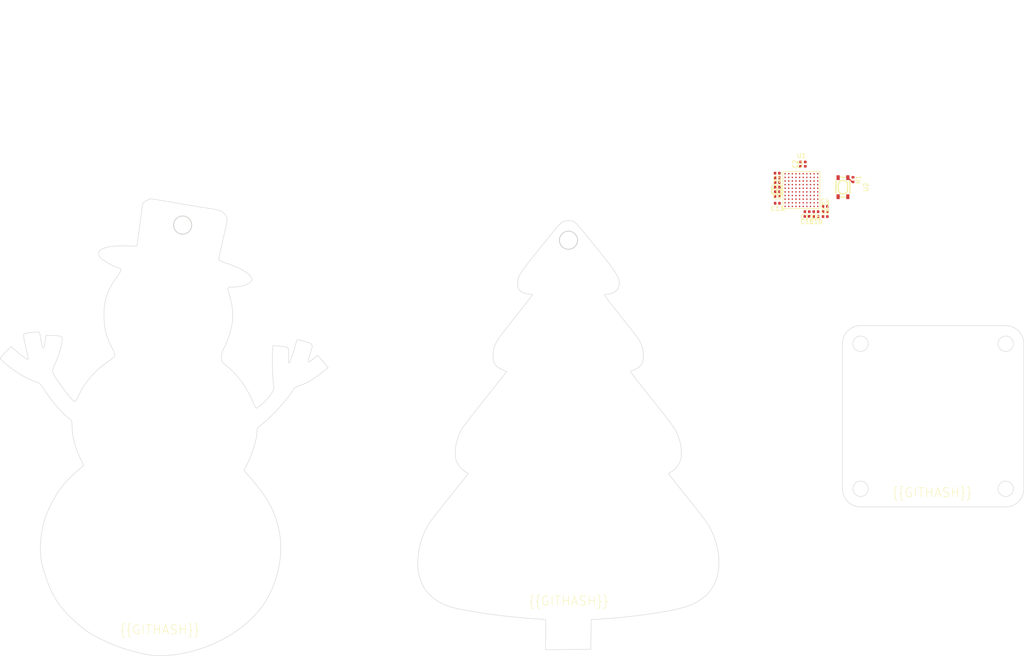
<source format=kicad_pcb>
(kicad_pcb (version 20240108) (generator "pcbnew") (generator_version "8.0")
  (layers (0 "F.Cu" signal) (31 "B.Cu" signal) (34 "B.Paste" user) (35 "F.Paste" user) (36 "B.SilkS" user "B.Silkscreen") (37 "F.SilkS" user "F.Silkscreen") (38 "B.Mask" user) (39 "F.Mask" user) (44 "Edge.Cuts" user))
  (net 0 "")
  (net 1 "pb5")
  (net 2 "pc0")
  (net 3 "pb14")
  (net 4 "nrst")
  (net 5 "pd10")
  (net 6 "pc13")
  (net 7 "pc12")
  (net 8 "pe11")
  (net 9 "pb2")
  (net 10 "pd4")
  (net 11 "ic-vcc")
  (net 12 "boot0")
  (net 13 "ic-gnd")
  (net 14 "pa1")
  (net 15 "pb4")
  (net 16 "pb8")
  (net 17 "pb11")
  (net 18 "pb7")
  (net 19 "pd6")
  (net 20 "pa5")
  (net 21 "pa2")
  (net 22 "pe12")
  (net 23 "pb13")
  (net 24 "pb6")
  (net 25 "pa3")
  (net 26 "pc9")
  (net 27 "pb9")
  (net 28 "pc3_c")
  (net 29 "pa10")
  (net 30 "pc8")
  (net 31 "pc2_c")
  (net 32 "pd11")
  (net 33 "pc6")
  (net 34 "pb10")
  (net 35 "pa6")
  (net 36 "pe3")
  (net 37 "pe14")
  (net 38 "pc14_minus_osc32_in")
  (net 39 "pd13")
  (net 40 "pa0")
  (net 41 "pa13")
  (net 42 "pb1")
  (net 43 "pd2")
  (net 44 "pb3")
  (net 45 "pb12")
  (net 46 "pe2")
  (net 47 "pe8")
  (net 48 "pc4")
  (net 49 "pe5")
  (net 50 "pe13")
  (net 51 "pe7")
  (net 52 "pd14")
  (net 53 "pe9")
  (net 54 "pc11")
  (net 55 "pa12")
  (net 56 "pe6")
  (net 57 "pa15")
  (net 58 "pd7")
  (net 59 "pa11")
  (net 60 "pa9")
  (net 61 "pe10")
  (net 62 "pd1")
  (net 63 "ph1_minus_osc_out")
  (net 64 "pc7")
  (net 65 "ph0_minus_osc_in")
  (net 66 "pd3")
  (net 67 "pd9")
  (net 68 "pe15")
  (net 69 "pd8")
  (net 70 "pa4")
  (net 71 "pd12")
  (net 72 "pd15")
  (net 73 "pe4")
  (net 74 "pc5")
  (net 75 "pa8")
  (net 76 "pa7")
  (net 77 "pe1")
  (net 78 "pdr_on")
  (net 79 "pd0")
  (net 80 "pc10")
  (net 81 "pd5")
  (net 82 "pc15_minus_osc32_out")
  (net 83 "pb15")
  (net 84 "pc1")
  (net 85 "pe0")
  (net 86 "pb0")
  (net 87 "pa14")
  (net 88 "ic-vcc-2")
  (net 89 "ic-vcc-3")
  (net 90 "ic-gnd-2")
  (net 91 "ic-vcc-4")
  (net 92 "ic-vcc-5")
  (net 93 "vcc")
  (net 94 "gnd")
  (net 95 "ic-vcc-6")
  (footprint "lib:R0402" (layer "F.Cu") (at 223.953 45.574 -90)
    (property "Reference" "R1")
    (property "Value" "62.5mW Thick Film Resistors 50V ±100ppm/℃ ±1% 10kΩ 0402  Chip Resistor - Surface Mount ROHS")
  )
  (footprint "lib:C0402" (layer "F.Cu") (at 207.240206 44.160873 180)
    (property "Reference" "C5")
    (property "Value" "16V 100nF X7R ±10% 0402  Multilayer Ceramic Capacitors MLCC - SMD/SMT ROHS")
  )
  (footprint "lib:C0402" (layer "F.Cu") (at 213.428518 42.162674 90)
    (property "Reference" "C1")
    (property "Value" "6.3V 2.2uF X5R ±20% 0402  Multilayer Ceramic Capacitors MLCC - SMD/SMT ROHS")
  )
  (footprint "lib:C0402" (layer "F.Cu") (at 207.25177 45.198128 180)
    (property "Reference" "C3")
    (property "Value" "10V 4.7uF X5R ±20% 0402  Multilayer Ceramic Capacitors MLCC - SMD/SMT ROHS")
  )
  (footprint "lib:C0402" (layer "F.Cu") (at 215.780772 52.652408 180)
    (property "Reference" "C6")
    (property "Value" "16V 100nF X7R ±10% 0402  Multilayer Ceramic Capacitors MLCC - SMD/SMT ROHS")
  )
  (footprint "lib:C0402" (layer "F.Cu") (at 207.234229 49.286306)
    (property "Reference" "C16")
    (property "Value" "16V 100nF X7R ±10% 0402  Multilayer Ceramic Capacitors MLCC - SMD/SMT ROHS")
  )
  (footprint "lib:C0402" (layer "F.Cu") (at 207.264 46.228 180)
    (property "Reference" "C11")
    (property "Value" "16V 100nF X7R ±10% 0402  Multilayer Ceramic Capacitors MLCC - SMD/SMT ROHS")
  )
  (footprint "lib:KEY-SMD_4P-L4.2-W3.2-P2.20-LS4.6" (layer "F.Cu") (at 221.742 47.244 -90)
    (property "Reference" "U2")
    (property "Value" "")
  )
  (footprint "lib:C0402" (layer "F.Cu") (at 215.782926 53.722997 180)
    (property "Reference" "C10")
    (property "Value" "16V 100nF X7R ±10% 0402  Multilayer Ceramic Capacitors MLCC - SMD/SMT ROHS")
  )
  (footprint "lib:C0402" (layer "F.Cu") (at 217.833039 52.641923)
    (property "Reference" "C7")
    (property "Value" "16V 100nF X7R ±10% 0402  Multilayer Ceramic Capacitors MLCC - SMD/SMT ROHS")
  )
  (footprint "lib:C0402" (layer "F.Cu") (at 207.264 48.26 180)
    (property "Reference" "C9")
    (property "Value" "16V 100nF X7R ±10% 0402  Multilayer Ceramic Capacitors MLCC - SMD/SMT ROHS")
  )
  (footprint "lib:C0402" (layer "F.Cu") (at 212.375067 42.164 90)
    (property "Reference" "C2")
    (property "Value" "6.3V 2.2uF X5R ±20% 0402  Multilayer Ceramic Capacitors MLCC - SMD/SMT ROHS")
  )
  (footprint "lib:C0402" (layer "F.Cu") (at 213.803617 53.685538 180)
    (property "Reference" "C15")
    (property "Value" "25V 1uF X5R ±10% 0402  Multilayer Ceramic Capacitors MLCC - SMD/SMT ROHS")
  )
  (footprint "lib:C0402" (layer "F.Cu") (at 207.264 47.244 180)
    (property "Reference" "C12")
    (property "Value" "16V 100nF X7R ±10% 0402  Multilayer Ceramic Capacitors MLCC - SMD/SMT ROHS")
  )
  (footprint "lib:C0402" (layer "F.Cu") (at 217.8154 51.492341)
    (property "Reference" "C4")
    (property "Value" "16V 100nF X7R ±10% 0402  Multilayer Ceramic Capacitors MLCC - SMD/SMT ROHS")
  )
  (footprint "lib:C0402" (layer "F.Cu") (at 213.826024 52.652457 180)
    (property "Reference" "C14")
    (property "Value" "16V 100nF X7R ±10% 0402  Multilayer Ceramic Capacitors MLCC - SMD/SMT ROHS")
  )
  (footprint "lib:C0402" (layer "F.Cu") (at 207.264 50.8 180)
    (property "Reference" "C13")
    (property "Value" "25V 1uF X5R ±10% 0402  Multilayer Ceramic Capacitors MLCC - SMD/SMT ROHS")
  )
  (footprint "lib:TFBGA-100_L8.0-W8.0-R10-C10-P0.80-BL" (layer "F.Cu") (at 212.58 47.886)
    (property "Reference" "U1")
    (property "Value" "")
  )
  (footprint "lib:C0402" (layer "F.Cu") (at 217.823578 53.727598)
    (property "Reference" "C8")
    (property "Value" "16V 100nF X7R ±10% 0402  Multilayer Ceramic Capacitors MLCC - SMD/SMT ROHS")
  )
  (gr_circle (center 225.62 81.79) (end 227.32 81.79) (stroke (width 0.1)) (fill none) (layer "Edge.Cuts"))
  (gr_circle (center 257.62 113.79) (end 259.32 113.79) (stroke (width 0.1)) (fill none) (layer "Edge.Cuts"))
  (gr_circle (center 257.62 81.79) (end 259.32 81.79) (stroke (width 0.1)) (fill none) (layer "Edge.Cuts"))
  (gr_poly (pts (xy 75.142222 50.797022) (xy 79.756606 51.568267) (xy 82.366969 51.99203) (xy 83.019066 52.095762) (xy 83.303876 52.146979) (xy 83.563537 52.198618) (xy 83.799806 52.251323) (xy 84.01444 52.305736) (xy 84.209196 52.362498) (xy 84.385831 52.422252) (xy 84.546102 52.485641) (xy 84.691766 52.553306) (xy 84.824581 52.62589) (xy 84.946303 52.704035) (xy 85.05869 52.788383) (xy 85.163499 52.879577) (xy 85.262486 52.978258) (xy 85.357409 53.08507) (xy 85.479286 53.234958) (xy 85.586233 53.378736) (xy 85.634185 53.44915) (xy 85.678498 53.519015) (xy 85.719202 53.588656) (xy 85.75633 53.658402) (xy 85.789911 53.728576) (xy 85.819976 53.799506) (xy 85.846558 53.871517) (xy 85.869686 53.944936) (xy 85.889392 54.020089) (xy 85.905707 54.097301) (xy 85.918662 54.176899) (xy 85.928287 54.259209) (xy 85.934615 54.344557) (xy 85.937675 54.433269) (xy 85.937499 54.525672) (xy 85.934119 54.62209) (xy 85.927564 54.722851) (xy 85.917866 54.82828) (xy 85.889166 55.054449) (xy 85.848266 55.303204) (xy 85.795414 55.577155) (xy 85.730859 55.878909) (xy 85.654849 56.211077) (xy 84.878546 59.55341) (xy 84.657875 60.550977) (xy 84.450892 61.532488) (xy 84.331406 62.116419) (xy 84.229648 62.629765) (xy 84.15639 63.017063) (xy 84.122409 63.222849) (xy 84.123062 63.236814) (xy 84.127967 63.251873) (xy 84.137065 63.268001) (xy 84.150302 63.285171) (xy 84.167619 63.303357) (xy 84.188962 63.322534) (xy 84.214273 63.342674) (xy 84.243497 63.363751) (xy 84.313454 63.408613) (xy 84.398381 63.456909) (xy 84.497828 63.50843) (xy 84.611342 63.562966) (xy 84.738473 63.620306) (xy 84.878767 63.680241) (xy 85.031775 63.742561) (xy 85.197043 63.807056) (xy 85.374121 63.873515) (xy 85.562558 63.94173) (xy 85.7619 64.011489) (xy 85.971698 64.082583) (xy 86.585981 64.296029) (xy 87.172975 64.516947) (xy 87.730729 64.744054) (xy 88.257293 64.976069) (xy 88.75072 65.211708) (xy 89.209058 65.449689) (xy 89.63036 65.68873) (xy 90.012676 65.927548) (xy 90.354056 66.16486) (xy 90.652552 66.399385) (xy 90.906214 66.629839) (xy 91.113092 66.85494) (xy 91.271238 67.073405) (xy 91.378702 67.283953) (xy 91.412819 67.385857) (xy 91.433535 67.485301) (xy 91.440605 67.582123) (xy 91.433787 67.676165) (xy 91.41712 67.753004) (xy 91.390362 67.829368) (xy 91.35383 67.905131) (xy 91.307839 67.980165) (xy 91.252707 68.054343) (xy 91.188749 68.12754) (xy 91.116281 68.199626) (xy 91.03562 68.270477) (xy 90.947082 68.339964) (xy 90.850984 68.407961) (xy 90.747641 68.47434) (xy 90.637371 68.538975) (xy 90.520488 68.601739) (xy 90.39731 68.662505) (xy 90.268153 68.721145) (xy 90.133332 68.777534) (xy 89.993165 68.831543) (xy 89.847967 68.883047) (xy 89.543745 68.978027) (xy 89.223197 69.06146) (xy 88.888852 69.132329) (xy 88.54324 69.189618) (xy 88.188892 69.232313) (xy 88.009232 69.24787) (xy 87.828337 69.259397) (xy 87.646523 69.266767) (xy 87.464106 69.269854) (xy 87.202959 69.272042) (xy 86.97453 69.277492) (xy 86.777472 69.288473) (xy 86.690288 69.296746) (xy 86.610443 69.307253) (xy 86.537768 69.320276) (xy 86.472096 69.3361) (xy 86.413258 69.355009) (xy 86.361087 69.377285) (xy 86.315414 69.403211) (xy 86.276071 69.433073) (xy 86.24289 69.467154) (xy 86.215703 69.505736) (xy 86.194342 69.549103) (xy 86.178638 69.59754) (xy 86.168424 69.65133) (xy 86.163532 69.710755) (xy 86.163793 69.776101) (xy 86.169039 69.847649) (xy 86.179102 69.925685) (xy 86.193814 70.010491) (xy 86.236514 70.20155) (xy 86.295792 70.423093) (xy 86.370304 70.677389) (xy 86.458705 70.966708) (xy 86.582128 71.384478) (xy 86.694998 71.803093) (xy 86.797211 72.221567) (xy 86.888665 72.638919) (xy 86.969257 73.054166) (xy 87.038885 73.466323) (xy 87.097447 73.874409) (xy 87.144838 74.277439) (xy 87.180958 74.674432) (xy 87.205702 75.064404) (xy 87.21897 75.446371) (xy 87.220657 75.819352) (xy 87.210662 76.182361) (xy 87.188881 76.534418) (xy 87.155212 76.874538) (xy 87.109553 77.201739) (xy 86.986123 77.871628) (xy 86.830027 78.558912) (xy 86.643845 79.255662) (xy 86.430157 79.953949) (xy 86.19154 80.645848) (xy 85.930575 81.323429) (xy 85.649841 81.978766) (xy 85.351916 82.60393) (xy 85.189192 82.938586) (xy 85.118752 83.093315) (xy 85.055229 83.240939) (xy 84.998352 83.382431) (xy 84.947849 83.518761) (xy 84.903447 83.650903) (xy 84.864875 83.779828) (xy 84.831859 83.906506) (xy 84.804129 84.031911) (xy 84.781412 84.157013) (xy 84.763435 84.282785) (xy 84.749927 84.410197) (xy 84.740615 84.540223) (xy 84.735228 84.673833) (xy 84.733493 84.811999) (xy 84.736223 85.129082) (xy 84.741369 85.261496) (xy 84.750575 85.379459) (xy 84.764997 85.485194) (xy 84.774524 85.534172) (xy 84.785789 85.580928) (xy 84.798934 85.625739) (xy 84.814106 85.668884) (xy 84.831447 85.710641) (xy 84.851104 85.751288) (xy 84.873219 85.791103) (xy 84.897937 85.830364) (xy 84.925403 85.869349) (xy 84.955761 85.908337) (xy 84.989155 85.947605) (xy 85.02573 85.987432) (xy 85.109 86.069873) (xy 85.206725 86.157886) (xy 85.320061 86.253696) (xy 85.598185 86.477602) (xy 86.096863 86.886277) (xy 86.577755 87.306529) (xy 87.04138 87.739064) (xy 87.488258 88.184586) (xy 87.918909 88.6438) (xy 88.333852 89.117412) (xy 88.733607 89.606125) (xy 89.118694 90.110646) (xy 89.489632 90.631678) (xy 89.846941 91.169927) (xy 90.19114 91.726098) (xy 90.52275 92.300895) (xy 90.84229 92.895024) (xy 91.150279 93.509189) (xy 91.447237 94.144095) (xy 91.733683 94.800448) (xy 91.84059 95.047283) (xy 91.945802 95.277558) (xy 92.046625 95.486234) (xy 92.140364 95.668271) (xy 92.224324 95.818627) (xy 92.295813 95.932265) (xy 92.326039 95.973739) (xy 92.352136 96.004143) (xy 92.373767 96.022848) (xy 92.382804 96.027616) (xy 92.390597 96.029223) (xy 92.399173 96.028006) (xy 92.410522 96.024397) (xy 92.441219 96.010237) (xy 92.482045 95.987221) (xy 92.53236 95.955824) (xy 92.591521 95.916524) (xy 92.658887 95.869798) (xy 92.815666 95.755976) (xy 92.997564 95.618173) (xy 93.199447 95.460204) (xy 93.416182 95.285885) (xy 93.642634 95.099032) (xy 93.891007 94.882848) (xy 94.141366 94.648628) (xy 94.390948 94.400061) (xy 94.636991 94.140836) (xy 94.87673 93.874641) (xy 95.107403 93.605164) (xy 95.326247 93.336095) (xy 95.530498 93.071122) (xy 95.717394 92.813933) (xy 95.884171 92.568218) (xy 96.028066 92.337665) (xy 96.146316 92.125962) (xy 96.236159 91.936798) (xy 96.294829 91.773863) (xy 96.311612 91.703383) (xy 96.319566 91.640844) (xy 96.318345 91.586706) (xy 96.307605 91.54143) (xy 96.264441 91.378418) (xy 96.221593 91.121805) (xy 96.138989 90.373142) (xy 96.064068 89.386161) (xy 96.001109 88.251583) (xy 95.954389 87.060129) (xy 95.928186 85.902519) (xy 95.926777 84.869474) (xy 95.95444 84.051714) (xy 96.07471 82.177477) (xy 97.36716 82.304781) (xy 98.13507 82.379263) (xy 98.441266 82.413109) (xy 98.700599 82.449744) (xy 98.916803 82.492956) (xy 99.009898 82.518212) (xy 99.09361 82.546534) (xy 99.168406 82.578395) (xy 99.234753 82.614268) (xy 99.293117 82.654627) (xy 99.343964 82.699946) (xy 99.387763 82.750698) (xy 99.424978 82.807357) (xy 99.456076 82.870396) (xy 99.481525 82.94029) (xy 99.501791 83.017511) (xy 99.51734 83.102533) (xy 99.536155 83.297877) (xy 99.541702 83.530109) (xy 99.537716 83.803018) (xy 99.51607 84.486025) (xy 99.501811 85.019341) (xy 99.495778 85.429631) (xy 99.49953 85.727933) (xy 99.505563 85.838537) (xy 99.514626 85.925284) (xy 99.526915 85.989553) (xy 99.542625 86.032723) (xy 99.551823 86.046828) (xy 99.56195 86.056175) (xy 99.573029 86.060938) (xy 99.585085 86.061289) (xy 99.612224 86.049443) (xy 99.643564 86.022019) (xy 99.679299 85.980395) (xy 99.719623 85.925951) (xy 99.770963 85.835961) (xy 99.83738 85.6921) (xy 100.00736 85.267042) (xy 100.213404 84.699332) (xy 100.439353 84.037526) (xy 100.669049 83.330178) (xy 100.886332 82.625845) (xy 101.075044 81.973082) (xy 101.219027 81.420443) (xy 101.232451 81.367288) (xy 101.246658 81.317349) (xy 101.261814 81.270604) (xy 101.278084 81.227032) (xy 101.295634 81.186611) (xy 101.314631 81.149321) (xy 101.33524 81.115138) (xy 101.357628 81.084043) (xy 101.381959 81.056013) (xy 101.4084 81.031027) (xy 101.437117 81.009064) (xy 101.468275 80.990102) (xy 101.502041 80.974119) (xy 101.538581 80.961095) (xy 101.578059 80.951007) (xy 101.620643 80.943835) (xy 101.666497 80.939556) (xy 101.715788 80.938149) (xy 101.768682 80.939594) (xy 101.825345 80.943867) (xy 101.885942 80.950949) (xy 101.950639 80.960817) (xy 102.019603 80.97345) (xy 102.092998 80.988826) (xy 102.170992 81.006924) (xy 102.253749 81.027723) (xy 102.434219 81.077337) (xy 102.635734 81.137495) (xy 102.859622 81.208025) (xy 103.581471 81.438726) (xy 103.868146 81.535185) (xy 104.108644 81.625316) (xy 104.212356 81.669476) (xy 104.305459 81.713816) (xy 104.388264 81.758923) (xy 104.461082 81.805384) (xy 104.524226 81.853787) (xy 104.578006 81.904719) (xy 104.622735 81.958768) (xy 104.658725 82.01652) (xy 104.686285 82.078563) (xy 104.705729 82.145484) (xy 104.717368 82.217871) (xy 104.721513 82.296311) (xy 104.718476 82.381392) (xy 104.708568 82.4737) (xy 104.692102 82.573823) (xy 104.669388 82.682348) (xy 104.606464 82.926954) (xy 104.522289 83.212218) (xy 104.300158 83.92351) (xy 104.076968 84.658354) (xy 103.993442 84.95378) (xy 103.929762 85.203046) (xy 103.886777 85.407528) (xy 103.865337 85.568604) (xy 103.862962 85.633296) (xy 103.866292 85.687652) (xy 103.875434 85.731846) (xy 103.890492 85.766049) (xy 103.911574 85.790433) (xy 103.938786 85.805172) (xy 103.972234 85.810436) (xy 104.012025 85.806398) (xy 104.058263 85.79323) (xy 104.111056 85.771105) (xy 104.236732 85.700671) (xy 104.3899 85.596472) (xy 104.571411 85.459887) (xy 105.02286 85.095065) (xy 105.918216 84.355181) (xy 106.388476 84.86751) (xy 106.496975 84.987739) (xy 106.625318 85.133369) (xy 106.92254 85.478508) (xy 107.242155 85.858286) (xy 107.546176 86.22806) (xy 108.2336 87.076296) (xy 106.72333 88.254687) (xy 106.031007 88.783192) (xy 105.392025 89.245391) (xy 105.089314 89.453516) (xy 104.796071 89.647331) (xy 104.511007 89.827593) (xy 104.232833 89.995056) (xy 103.960259 90.150478) (xy 103.691998 90.294613) (xy 103.426759 90.428217) (xy 103.163254 90.552046) (xy 102.900193 90.666855) (xy 102.636288 90.773401) (xy 102.370249 90.872439) (xy 102.100787 90.964724) (xy 101.955978 91.013649) (xy 101.818902 91.062832) (xy 101.689432 91.112348) (xy 101.567439 91.162273) (xy 101.452795 91.212683) (xy 101.345371 91.263651) (xy 101.245039 91.315254) (xy 101.151671 91.367567) (xy 101.065138 91.420665) (xy 100.985313 91.474624) (xy 100.912065 91.529517) (xy 100.845269 91.585421) (xy 100.784794 91.642412) (xy 100.730512 91.700563) (xy 100.682296 91.759951) (xy 100.640017 91.82065) (xy 100.313962 92.312951) (xy 99.958065 92.82026) (xy 99.575318 93.339289) (xy 99.168711 93.866747) (xy 98.741234 94.399346) (xy 98.295878 94.933795) (xy 97.835635 95.466804) (xy 97.363494 95.995083) (xy 96.882446 96.515343) (xy 96.395482 97.024295) (xy 95.905593 97.518647) (xy 95.415769 97.995111) (xy 94.929002 98.450396) (xy 94.44828 98.881213) (xy 93.976596 99.284272) (xy 93.51694 99.656283) (xy 93.364132 99.777198) (xy 93.228349 99.887118) (xy 93.108601 99.987555) (xy 93.003899 100.080022) (xy 92.913256 100.166032) (xy 92.835682 100.247098) (xy 92.770188 100.324733) (xy 92.741662 100.362737) (xy 92.715786 100.40045) (xy 92.692435 100.438062) (xy 92.671487 100.475762) (xy 92.652817 100.513738) (xy 92.636302 100.552181) (xy 92.621819 100.591279) (xy 92.609244 100.631221) (xy 92.589322 100.714395) (xy 92.575548 100.803215) (xy 92.566934 100.899195) (xy 92.56249 101.003847) (xy 92.561229 101.118685) (xy 92.548214 101.459191) (xy 92.510172 101.840399) (xy 92.448603 102.257479) (xy 92.365007 102.705605) (xy 92.260885 103.179948) (xy 92.137739 103.675679) (xy 91.997068 104.187971) (xy 91.840373 104.711996) (xy 91.669155 105.242926) (xy 91.484915 105.775933) (xy 91.289154 106.306188) (xy 91.083372 106.828864) (xy 90.86907 107.339132) (xy 90.647749 107.832164) (xy 90.420909 108.303133) (xy 90.190051 108.74721) (xy 89.658061 109.729433) (xy 90.799319 111.025652) (xy 91.552256 111.894452) (xy 92.247519 112.726345) (xy 92.887901 113.52649) (xy 93.476195 114.300047) (xy 94.015193 115.052178) (xy 94.507688 115.788042) (xy 94.956473 116.5128) (xy 95.364341 117.231612) (xy 95.734083 117.949638) (xy 96.068493 118.672038) (xy 96.370364 119.403974) (xy 96.642488 120.150605) (xy 96.887657 120.917091) (xy 97.108665 121.708593) (xy 97.308304 122.530271) (xy 97.489367 123.387286) (xy 97.659586 124.435519) (xy 97.764545 125.512723) (xy 97.805707 126.613102) (xy 97.784533 127.73086) (xy 97.702485 128.860202) (xy 97.561026 129.995332) (xy 97.361618 131.130454) (xy 97.105722 132.259774) (xy 96.794801 133.377494) (xy 96.430316 134.47782) (xy 96.01373 135.554956) (xy 95.546505 136.603107) (xy 95.030102 137.616476) (xy 94.465984 138.589268) (xy 93.855613 139.515689) (xy 93.20045 140.389941) (xy 92.386005 141.350273) (xy 91.510226 142.273552) (xy 90.576227 143.158109) (xy 89.587122 144.002278) (xy 88.546024 144.80439) (xy 87.456048 145.562779) (xy 86.320308 146.275777) (xy 85.141916 146.941716) (xy 83.923988 147.558929) (xy 82.669636 148.125749) (xy 81.381976 148.640508) (xy 80.06412 149.101539) (xy 78.719182 149.507174) (xy 77.350277 149.855747) (xy 75.960518 150.145589) (xy 74.553019 150.375033) (xy 73.862872 150.459306) (xy 73.131633 150.525975) (xy 72.383923 150.574372) (xy 71.644361 150.603827) (xy 70.93757 150.613671) (xy 70.288169 150.603235) (xy 69.720779 150.57185) (xy 69.475532 150.548093) (xy 69.26002 150.518847) (xy 69.260051 150.518832) (xy 67.831835 150.262486) (xy 66.416949 149.953785) (xy 65.016193 149.592984) (xy 63.630368 149.180338) (xy 62.260274 148.716103) (xy 60.90671 148.200532) (xy 59.570477 147.633881) (xy 58.252375 147.016405) (xy 57.283074 146.528505) (xy 56.847829 146.298277) (xy 56.438641 146.072324) (xy 56.050351 145.846994) (xy 55.6778 145.618633) (xy 55.315827 145.383588) (xy 54.959273 145.138205) (xy 54.602979 144.87883) (xy 54.241783 144.601811) (xy 53.870528 144.303492) (xy 53.484054 143.980222) (xy 52.644807 143.244211) (xy 51.682765 142.36455) (xy 51.097036 141.804159) (xy 50.54538 141.238954) (xy 50.025658 140.665073) (xy 49.535731 140.078649) (xy 49.07346 139.475819) (xy 48.636705 138.852719) (xy 48.223328 138.205483) (xy 47.831189 137.530249) (xy 47.458149 136.823151) (xy 47.10207 136.080325) (xy 46.760812 135.297907) (xy 46.432236 134.472032) (xy 46.114202 133.598836) (xy 45.804573 132.674455) (xy 45.501208 131.695024) (xy 45.201968 130.656679) (xy 45.078569 130.147371) (xy 44.978794 129.594224) (xy 44.90231 129.00242) (xy 44.848785 128.377144) (xy 44.817886 127.723579) (xy 44.809281 127.046907) (xy 44.822637 126.352311) (xy 44.857621 125.644974) (xy 44.913901 124.93008) (xy 44.991145 124.212811) (xy 45.089019 123.498351) (xy 45.207191 122.791883) (xy 45.345328 122.098589) (xy 45.503099 121.423652) (xy 45.68017 120.772256) (xy 45.876208 120.149584) (xy 46.005143 119.787909) (xy 46.154924 119.401263) (xy 46.508073 118.570286) (xy 46.917749 117.69111) (xy 47.366047 116.79819) (xy 47.83506 115.92598) (xy 48.306883 115.108937) (xy 48.76361 114.381515) (xy 48.980717 114.062179) (xy 49.187335 113.77817) (xy 49.387433 113.519297) (xy 49.599256 113.255538) (xy 50.056372 112.715109) (xy 50.555279 112.160374) (xy 51.092575 111.594824) (xy 51.664855 111.021952) (xy 52.268718 110.445248) (xy 52.900758 109.868205) (xy 53.557574 109.294314) (xy 54.329783 108.634142) (xy 53.616031 107.110232) (xy 53.390001 106.6154) (xy 53.179365 106.128819) (xy 52.984012 105.650049) (xy 52.803829 105.178652) (xy 52.638704 104.71419) (xy 52.488525 104.256224) (xy 52.353181 103.804315) (xy 52.232559 103.358025) (xy 52.126547 102.916915) (xy 52.035034 102.480548) (xy 51.957906 102.048484) (xy 51.895053 101.620284) (xy 51.846363 101.195511) (xy 51.811722 100.773726) (xy 51.79102 100.35449) (xy 51.784144 99.937365) (xy 51.780657 99.620612) (xy 51.776007 99.482669) (xy 51.769161 99.357285) (xy 51.759927 99.243666) (xy 51.748111 99.141014) (xy 51.733519 99.048534) (xy 51.715958 98.96543) (xy 51.695233 98.890904) (xy 51.671153 98.824161) (xy 51.643523 98.764406) (xy 51.612149 98.71084) (xy 51.576839 98.662669) (xy 51.537399 98.619096) (xy 51.493635 98.579325) (xy 51.445353 98.542559) (xy 51.149902 98.324092) (xy 50.839064 98.073347) (xy 50.514896 97.792628) (xy 50.179453 97.484238) (xy 49.834791 97.150482) (xy 49.482966 96.793665) (xy 49.126033 96.41609) (xy 48.766047 96.020062) (xy 48.405065 95.607885) (xy 48.045142 95.181864) (xy 47.688333 94.744302) (xy 47.336694 94.297504) (xy 46.992281 93.843774) (xy 46.657149 93.385417) (xy 46.333354 92.924737) (xy 46.022952 92.464037) (xy 45.611719 91.844971) (xy 45.279782 91.362091) (xy 45.137757 91.165551) (xy 45.008606 90.995655) (xy 44.89001 90.849933) (xy 44.779654 90.725918) (xy 44.675221 90.621143) (xy 44.574392 90.533138) (xy 44.474852 90.459437) (xy 44.374284 90.397571) (xy 44.27037 90.345073) (xy 44.160793 90.299474) (xy 44.043237 90.258307) (xy 43.915385 90.219103) (xy 43.593888 90.117525) (xy 43.255864 89.996009) (xy 42.903268 89.855657) (xy 42.538058 89.697573) (xy 42.162189 89.522858) (xy 41.777618 89.332616) (xy 41.386301 89.127951) (xy 40.990194 88.909964) (xy 40.591254 88.679759) (xy 40.191438 88.438438) (xy 39.792701 88.187105) (xy 39.396999 87.926862) (xy 39.00629 87.658812) (xy 38.622529 87.384058) (xy 38.247673 87.103703) (xy 37.883677 86.81885) (xy 37.49456 86.502783) (xy 37.131548 86.199554) (xy 36.802586 85.916398) (xy 36.515619 85.660548) (xy 36.278593 85.439239) (xy 36.099452 85.259705) (xy 36.034071 85.187865) (xy 35.986141 85.129182) (xy 35.956654 85.08456) (xy 35.946605 85.054903) (xy 35.948192 85.042433) (xy 35.952903 85.026953) (xy 35.971384 84.987332) (xy 36.001425 84.936776) (xy 36.042403 84.876021) (xy 36.093695 84.805804) (xy 36.154681 84.726859) (xy 36.224736 84.639924) (xy 36.303239 84.545735) (xy 36.389567 84.445026) (xy 36.483097 84.338536) (xy 36.689276 84.11115) (xy 36.916796 83.869466) (xy 37.037003 83.745102) (xy 37.160678 83.619372) (xy 38.374759 82.395922) (xy 39.365809 83.301684) (xy 39.814301 83.698656) (xy 40.266196 84.075272) (xy 40.704205 84.419302) (xy 41.111041 84.718514) (xy 41.469414 84.960676) (xy 41.625024 85.056541) (xy 41.762035 85.133557) (xy 41.878286 85.190195) (xy 41.971615 85.224926) (xy 42.039863 85.236222) (xy 42.063905 85.232603) (xy 42.080867 85.222552) (xy 42.085566 85.215268) (xy 42.089233 85.203934) (xy 42.093537 85.169549) (xy 42.093921 85.120268) (xy 42.090523 85.056964) (xy 42.083485 84.98051) (xy 42.072948 84.891778) (xy 42.059051 84.79164) (xy 42.041937 84.68097) (xy 41.998614 84.43152) (xy 41.944105 84.150408) (xy 41.879534 83.844615) (xy 41.806025 83.52112) (xy 41.578977 82.541169) (xy 41.399614 81.732306) (xy 41.265507 81.079136) (xy 41.174225 80.56626) (xy 41.123338 80.17828) (xy 41.112283 80.026315) (xy 41.110416 79.899799) (xy 41.117432 79.796809) (xy 41.133029 79.71542) (xy 41.156901 79.653706) (xy 41.188746 79.609743) (xy 41.213078 79.592846) (xy 41.252556 79.575085) (xy 41.372962 79.537437) (xy 41.541984 79.497733) (xy 41.751641 79.456905) (xy 42.26094 79.37561) (xy 42.837013 79.301016) (xy 43.416018 79.240586) (xy 43.934111 79.201782) (xy 44.150364 79.192822) (xy 44.327447 79.192067) (xy 44.45738 79.20045) (xy 44.532183 79.218905) (xy 44.538527 79.223215) (xy 44.545097 79.229471) (xy 44.551878 79.23762) (xy 44.558855 79.247608) (xy 44.573336 79.272888) (xy 44.588416 79.304879) (xy 44.603974 79.343154) (xy 44.619887 79.387282) (xy 44.636031 79.436835) (xy 44.652284 79.491383) (xy 44.668525 79.550496) (xy 44.684629 79.613746) (xy 44.700475 79.680703) (xy 44.715939 79.750937) (xy 44.7309 79.82402) (xy 44.745234 79.899521) (xy 44.75882 79.977012) (xy 44.771533 80.056063) (xy 44.946351 81.130774) (xy 45.025944 81.564983) (xy 45.101061 81.931234) (xy 45.172253 82.230134) (xy 45.24007 82.462288) (xy 45.305063 82.628302) (xy 45.336673 82.686696) (xy 45.367783 82.728781) (xy 45.398463 82.754634) (xy 45.428781 82.764331) (xy 45.458807 82.757947) (xy 45.488608 82.735557) (xy 45.518254 82.697238) (xy 45.547814 82.643066) (xy 45.606951 82.487462) (xy 45.666568 82.269351) (xy 45.727218 81.98934) (xy 45.78945 81.648032) (xy 45.853816 81.246035) (xy 46.055377 79.918581) (xy 47.417926 79.96628) (xy 48.109143 79.993687) (xy 48.392021 80.009194) (xy 48.636741 80.027435) (xy 48.846051 80.049559) (xy 49.022696 80.076715) (xy 49.169424 80.110051) (xy 49.288982 80.150717) (xy 49.339431 80.174158) (xy 49.384117 80.199861) (xy 49.423385 80.227972) (xy 49.457577 80.258632) (xy 49.487036 80.291987) (xy 49.512107 80.32818) (xy 49.533132 80.367353) (xy 49.550455 80.409652) (xy 49.575367 80.504197) (xy 49.589592 80.612965) (xy 49.595876 80.737105) (xy 49.596965 80.877764) (xy 49.590289 81.099803) (xy 49.571905 81.336737) (xy 49.542029 81.587807) (xy 49.500879 81.852253) (xy 49.448672 82.129318) (xy 49.385623 82.418243) (xy 49.311951 82.718269) (xy 49.227873 83.028637) (xy 49.133604 83.34859) (xy 49.029362 83.677367) (xy 48.915364 84.014212) (xy 48.791827 84.358364) (xy 48.658967 84.709065) (xy 48.517002 85.065558) (xy 48.366148 85.427082) (xy 48.206622 85.792879) (xy 47.949769 86.374791) (xy 47.755997 86.832451) (xy 47.68104 87.021721) (xy 47.619784 87.188367) (xy 47.571537 87.335205) (xy 47.535609 87.465048) (xy 47.511311 87.580709) (xy 47.497952 87.685002) (xy 47.494842 87.78074) (xy 47.501291 87.870737) (xy 47.516609 87.957807) (xy 47.540106 88.044763) (xy 47.571091 88.134418) (xy 47.608874 88.229586) (xy 47.761079 88.551834) (xy 47.975096 88.939463) (xy 48.241913 89.380584) (xy 48.55252 89.863307) (xy 49.269066 90.905997) (xy 50.052651 91.972411) (xy 50.831193 92.967426) (xy 51.196047 93.408433) (xy 51.532609 93.795921) (xy 51.831869 94.117998) (xy 52.084818 94.362774) (xy 52.282443 94.518359) (xy 52.357694 94.558989) (xy 52.415736 94.572863) (xy 52.426811 94.571375) (xy 52.439084 94.56696) (xy 52.452509 94.559691) (xy 52.467041 94.549641) (xy 52.482633 94.536883) (xy 52.499239 94.521489) (xy 52.516813 94.503532) (xy 52.535309 94.483086) (xy 52.574881 94.435018) (xy 52.617586 94.377866) (xy 52.663055 94.312214) (xy 52.710918 94.238646) (xy 52.760808 94.157745) (xy 52.812354 94.070093) (xy 52.865187 93.976276) (xy 52.918939 93.876875) (xy 52.97324 93.772474) (xy 53.02772 93.663657) (xy 53.082012 93.551007) (xy 53.135745 93.435107) (xy 53.405424 92.869327) (xy 53.69623 92.311615) (xy 54.007442 91.76282) (xy 54.338342 91.223792) (xy 54.688208 90.695381) (xy 55.05632 90.178436) (xy 55.441958 89.673808) (xy 55.844402 89.182347) (xy 56.262932 88.704901) (xy 56.696828 88.242322) (xy 57.145369 87.795459) (xy 57.607836 87.365163) (xy 58.083508 86.952281) (xy 58.571665 86.557666) (xy 59.071586 86.182166) (xy 59.582553 85.826632) (xy 59.914962 85.598282) (xy 60.214172 85.3804) (xy 60.477869 85.17504) (xy 60.595674 85.077698) (xy 60.703732 84.984257) (xy 60.801753 84.894974) (xy 60.889447 84.810106) (xy 60.966524 84.72991) (xy 61.032694 84.654642) (xy 61.087669 84.584559) (xy 61.131158 84.519919) (xy 61.162872 84.460977) (xy 61.182521 84.407992) (xy 61.189444 84.378526) (xy 61.194656 84.347449) (xy 61.198136 84.314702) (xy 61.199864 84.280227) (xy 61.197977 84.205863) (xy 61.188829 84.123892) (xy 61.172254 84.033852) (xy 61.148084 83.935279) (xy 61.116154 83.82771) (xy 61.076297 83.71068) (xy 61.028345 83.583727) (xy 60.972134 83.446388) (xy 60.907495 83.298197) (xy 60.834263 83.138693) (xy 60.75227 82.967412) (xy 60.661351 82.783889) (xy 60.561339 82.587662) (xy 60.452067 82.378268) (xy 60.237971 81.961359) (xy 60.041673 81.555601) (xy 59.862568 81.158484) (xy 59.700049 80.767498) (xy 59.553508 80.380135) (xy 59.422339 79.993885) (xy 59.305935 79.60624) (xy 59.203689 79.21469) (xy 59.114995 78.816725) (xy 59.039245 78.409838) (xy 58.975833 77.991518) (xy 58.924151 77.559256) (xy 58.883594 77.110544) (xy 58.853553 76.642872) (xy 58.833423 76.153731) (xy 58.822596 75.640612) (xy 58.82378 75.019765) (xy 58.843433 74.425285) (xy 58.882591 73.854032) (xy 58.942291 73.302869) (xy 59.023569 72.768658) (xy 59.127459 72.248262) (xy 59.255 71.738542) (xy 59.407225 71.236361) (xy 59.585172 70.73858) (xy 59.789877 70.242062) (xy 60.022374 69.743669) (xy 60.283701 69.240263) (xy 60.574893 68.728705) (xy 60.896986 68.205859) (xy 61.251015 67.668586) (xy 61.638018 67.113749) (xy 61.84244 66.825076) (xy 62.020375 66.566593) (xy 62.17201 66.336298) (xy 62.29753 66.132187) (xy 62.397121 65.95226) (xy 62.470968 65.794512) (xy 62.498296 65.72333) (xy 62.519258 65.656942) (xy 62.533877 65.595098) (xy 62.542176 65.537547) (xy 62.544179 65.484039) (xy 62.539908 65.434323) (xy 62.529387 65.388151) (xy 62.512639 65.34527) (xy 62.489688 65.305431) (xy 62.460556 65.268384) (xy 62.425267 65.233878) (xy 62.383844 65.201662) (xy 62.33631 65.171487) (xy 62.282689 65.143103) (xy 62.157276 65.090703) (xy 62.007792 65.042459) (xy 61.834422 64.996371) (xy 61.657986 64.943069) (xy 61.445562 64.862593) (xy 61.203024 64.758325) (xy 60.93625 64.633653) (xy 60.353499 64.336631) (xy 59.744319 63.998608) (xy 59.155721 63.646664) (xy 58.634716 63.307879) (xy 58.414252 63.151884) (xy 58.228316 63.009334) (xy 58.082783 62.883614) (xy 57.983531 62.778109) (xy 57.869943 62.622242) (xy 57.777351 62.470362) (xy 57.705558 62.322559) (xy 57.654369 62.178917) (xy 57.623588 62.039526) (xy 57.613018 61.904471) (xy 57.622463 61.773839) (xy 57.651728 61.647718) (xy 57.700616 61.526195) (xy 57.768931 61.409356) (xy 57.856477 61.297289) (xy 57.963058 61.190081) (xy 58.088479 61.087819) (xy 58.232542 60.99059) (xy 58.395052 60.89848) (xy 58.575812 60.811578) (xy 58.774627 60.72997) (xy 58.991301 60.653743) (xy 59.225638 60.582984) (xy 59.477441 60.51778) (xy 59.746514 60.458218) (xy 60.032661 60.404385) (xy 60.335687 60.356369) (xy 60.655395 60.314256) (xy 60.991589 60.278134) (xy 61.344073 60.248089) (xy 61.712651 60.224208) (xy 62.097127 60.20658) (xy 62.497305 60.195289) (xy 62.912988 60.190424) (xy 63.343981 60.192072) (xy 63.790088 60.20032) (xy 66.056857 60.258219) (xy 66.273486 58.80189) (xy 66.542465 56.891029) (xy 66.884944 54.341891) (xy 67.190183 52.053843) (xy 67.248082 51.679802) (xy 67.303557 51.37005) (xy 67.359078 51.117137) (xy 67.417116 50.913616) (xy 67.48014 50.752035) (xy 67.55062 50.624945) (xy 67.631027 50.524898) (xy 67.72383 50.444442) (xy 67.831501 50.37613) (xy 67.956508 50.312512) (xy 68.268412 50.169558) (xy 69.100734 49.778315)) (stroke (width 0.1)) (fill none) (layer "Edge.Cuts"))
  (gr_arc (start 261.62 113.79) (mid 260.448427 116.618427) (end 257.62 117.79) (stroke (width 0.1)) (layer "Edge.Cuts"))
  (gr_arc (start 225.62 117.79) (mid 222.791573 116.618427) (end 221.62 113.79) (stroke (width 0.1)) (layer "Edge.Cuts"))
  (gr_line (start 261.62 113.79) (end 261.62 81.79) (stroke (width 0.1)) (layer "Edge.Cuts"))
  (gr_circle (center 161.229974 58.946031) (end 163.229974 58.946031) (stroke (width 0.2)) (fill none) (layer "Edge.Cuts"))
  (gr_line (start 221.62 81.79) (end 221.62 113.79) (stroke (width 0.1)) (layer "Edge.Cuts"))
  (gr_arc (start 257.62 77.79) (mid 260.448427 78.961573) (end 261.62 81.79) (stroke (width 0.1)) (layer "Edge.Cuts"))
  (gr_poly (pts (xy 161.429183 54.643361) (xy 161.588699 54.648976) (xy 161.743405 54.660128) (xy 161.8913 54.67685) (xy 162.030385 54.699174) (xy 162.158659 54.727132) (xy 162.274122 54.760758) (xy 162.374774 54.800082) (xy 162.418214 54.822065) (xy 162.465501 54.850416) (xy 162.517128 54.885713) (xy 162.573587 54.928531) (xy 162.702967 55.039035) (xy 162.857578 55.186538) (xy 163.041357 55.37565) (xy 163.258241 55.610981) (xy 163.512165 55.897139) (xy 163.807067 56.238735) (xy 164.146884 56.640378) (xy 164.53555 57.106678) (xy 164.977005 57.642244) (xy 165.475183 58.251687) (xy 166.657456 59.710639) (xy 168.113864 61.520411) (xy 169.490282 63.25197) (xy 170.562092 64.650979) (xy 170.993296 65.243203) (xy 171.359779 65.7732) (xy 171.665351 66.247941) (xy 171.913823 66.674396) (xy 172.109006 67.059535) (xy 172.254708 67.41033) (xy 172.354741 67.733749) (xy 172.412915 68.036764) (xy 172.433041 68.326344) (xy 172.418927 68.609461) (xy 172.374385 68.893084) (xy 172.303226 69.184183) (xy 172.274597 69.278158) (xy 172.242 69.369887) (xy 172.205507 69.459324) (xy 172.165188 69.546423) (xy 172.121114 69.631137) (xy 172.073357 69.713419) (xy 172.021987 69.793223) (xy 171.967076 69.870502) (xy 171.908694 69.945208) (xy 171.846914 70.017296) (xy 171.781806 70.08672) (xy 171.71344 70.153431) (xy 171.641889 70.217383) (xy 171.567223 70.278531) (xy 171.489513 70.336826) (xy 171.408831 70.392223) (xy 171.325247 70.444674) (xy 171.238833 70.494134) (xy 171.14966 70.540554) (xy 171.057799 70.58389) (xy 170.96332 70.624093) (xy 170.866295 70.661118) (xy 170.766796 70.694917) (xy 170.664893 70.725444) (xy 170.560657 70.752652) (xy 170.45416 70.776495) (xy 170.345472 70.796926) (xy 170.234664 70.813898) (xy 170.121809 70.827364) (xy 170.006976 70.837278) (xy 169.890237 70.843593) (xy 169.771663 70.846262) (xy 169.726607 70.847177) (xy 169.681188 70.849133) (xy 169.590479 70.855957) (xy 169.501974 70.8663) (xy 169.418107 70.879728) (xy 169.378675 70.887463) (xy 169.341315 70.895806) (xy 169.306334 70.904703) (xy 169.274034 70.9141) (xy 169.244721 70.923942) (xy 169.218699 70.934176) (xy 169.196272 70.944746) (xy 169.177745 70.955599) (xy 169.171643 70.965792) (xy 169.172154 70.983757) (xy 169.17922 71.009417) (xy 169.192785 71.042693) (xy 169.239181 71.131786) (xy 169.310885 71.250417) (xy 169.407439 71.397965) (xy 169.528385 71.573811) (xy 169.673265 71.777334) (xy 169.841623 72.007915) (xy 170.246938 72.547768) (xy 170.740668 73.18841) (xy 171.319154 73.924882) (xy 171.978732 74.752222) (xy 174.641332 78.093405) (xy 175.537111 79.246786) (xy 176.200008 80.134787) (xy 176.673118 80.816979) (xy 176.99954 81.352933) (xy 177.222371 81.802218) (xy 177.384708 82.224406) (xy 177.462833 82.472098) (xy 177.531331 82.72855) (xy 177.59016 82.991701) (xy 177.639284 83.259489) (xy 177.678662 83.529854) (xy 177.708257 83.800735) (xy 177.728028 84.070071) (xy 177.737937 84.335802) (xy 177.737946 84.595867) (xy 177.728014 84.848205) (xy 177.708104 85.090755) (xy 177.678176 85.321456) (xy 177.638191 85.538248) (xy 177.588111 85.739069) (xy 177.527896 85.92186) (xy 177.457507 86.084559) (xy 177.391656 86.207668) (xy 177.318059 86.327563) (xy 177.236853 86.444134) (xy 177.148173 86.557272) (xy 177.052156 86.666869) (xy 176.948938 86.772814) (xy 176.838657 86.874999) (xy 176.721448 86.973315) (xy 176.597448 87.067652) (xy 176.466794 87.157903) (xy 176.32962 87.243956) (xy 176.186065 87.325705) (xy 176.036265 87.403039) (xy 175.880355 87.475849) (xy 175.718473 87.544027) (xy 175.550754 87.607462) (xy 175.482045 87.632835) (xy 175.415483 87.658969) (xy 175.351405 87.685667) (xy 175.290146 87.712731) (xy 175.23204 87.739963) (xy 175.177423 87.767164) (xy 175.126631 87.794136) (xy 175.079997 87.820681) (xy 175.037859 87.846601) (xy 175.00055 87.871698) (xy 174.968407 87.895773) (xy 174.941764 87.918629) (xy 174.920956 87.940066) (xy 174.90632 87.959888) (xy 174.898189 87.977896) (xy 174.896668 87.986157) (xy 174.8969 87.993891) (xy 174.922027 88.037315) (xy 174.991394 88.135797) (xy 175.25375 88.486297) (xy 176.209258 89.720013) (xy 177.617844 91.508896) (xy 179.333926 93.666804) (xy 181.092323 95.879526) (xy 182.616098 97.817656) (xy 183.742073 99.272256) (xy 184.307071 100.034388) (xy 184.515284 100.360502) (xy 184.7117 100.694247) (xy 184.896111 101.034954) (xy 185.068309 101.381957) (xy 185.228084 101.734588) (xy 185.375229 102.092181) (xy 185.509535 102.454068) (xy 185.630794 102.819582) (xy 185.738797 103.188056) (xy 185.833335 103.558822) (xy 185.914201 103.931214) (xy 185.981186 104.304563) (xy 186.034081 104.678204) (xy 186.072678 105.051468) (xy 186.096768 105.423689) (xy 186.106143 105.794199) (xy 186.105091 106.172735) (xy 186.095928 106.491761) (xy 186.087599 106.633067) (xy 186.076394 106.764426) (xy 186.062032 106.887483) (xy 186.044229 107.003882) (xy 186.022703 107.115265) (xy 185.997171 107.223277) (xy 185.967351 107.329562) (xy 185.932961 107.435763) (xy 185.893716 107.543524) (xy 185.849336 107.654488) (xy 185.744037 107.892603) (xy 185.654537 108.079442) (xy 185.563285 108.257402) (xy 185.469989 108.426825) (xy 185.374358 108.588053) (xy 185.276102 108.741425) (xy 185.174928 108.887283) (xy 185.070547 109.025968) (xy 184.962667 109.15782) (xy 184.850997 109.283181) (xy 184.735246 109.402392) (xy 184.615122 109.515794) (xy 184.490336 109.623727) (xy 184.360596 109.726532) (xy 184.22561 109.824551) (xy 184.085088 109.918125) (xy 183.938739 110.007593) (xy 183.810996 110.084401) (xy 183.691836 110.159793) (xy 183.583867 110.231854) (xy 183.489696 110.298666) (xy 183.41193 110.358313) (xy 183.380014 110.384851) (xy 183.353176 110.408878) (xy 183.331744 110.430155) (xy 183.316042 110.448443) (xy 183.306397 110.463502) (xy 183.303947 110.469746) (xy 183.303134 110.475092) (xy 183.318272 110.503511) (xy 183.362609 110.567965) (xy 183.532916 110.797359) (xy 183.802115 111.148045) (xy 184.158269 111.604794) (xy 185.08369 112.775559) (xy 186.213672 114.187815) (xy 189.362188 118.120691) (xy 190.402126 119.447898) (xy 191.169656 120.462983) (xy 191.727633 121.251467) (xy 192.13891 121.898876) (xy 192.466342 122.490732) (xy 192.772785 123.112559) (xy 193.051147 123.726705) (xy 193.303988 124.346147) (xy 193.531154 124.969731) (xy 193.732492 125.596305) (xy 193.907848 126.224716) (xy 194.05707 126.853811) (xy 194.180003 127.482437) (xy 194.276494 128.109442) (xy 194.346391 128.733673) (xy 194.389538 129.353977) (xy 194.405784 129.969202) (xy 194.394974 130.578194) (xy 194.356955 131.1798) (xy 194.291575 131.772869) (xy 194.198678 132.356247) (xy 194.078113 132.928782) (xy 193.929544 133.476781) (xy 193.74781 134.009233) (xy 193.533455 134.525547) (xy 193.287022 135.025131) (xy 193.009057 135.507395) (xy 192.700103 135.971748) (xy 192.360704 136.4176) (xy 191.991405 136.844359) (xy 191.592749 137.251434) (xy 191.165282 137.638235) (xy 190.709547 138.004171) (xy 190.226087 138.348651) (xy 189.715449 138.671084) (xy 189.178175 138.970879) (xy 188.61481 139.247446) (xy 188.025897 139.500193) (xy 187.387382 139.730873) (xy 186.62691 139.962173) (xy 185.752713 140.192844) (xy 184.773022 140.421641) (xy 182.530085 140.868622) (xy 179.96395 141.293139) (xy 177.140466 141.685214) (xy 174.125485 142.034872) (xy 170.984858 142.332135) (xy 167.784435 142.567026) (xy 166.231372 142.664027) (xy 166.19247 145.936793) (xy 166.153667 149.209559) (xy 161.14812 149.247553) (xy 156.142551 149.285548) (xy 156.211231 145.955256) (xy 156.23825 144.264273) (xy 156.238691 143.682086) (xy 156.22939 143.24944) (xy 156.209575 142.946836) (xy 156.195482 142.838207) (xy 156.178471 142.754778) (xy 156.158445 142.69411) (xy 156.135307 142.653767) (xy 156.108961 142.631312) (xy 156.079311 142.624308) (xy 155.214992 142.57575) (xy 153.588337 142.458798) (xy 151.746032 142.31468) (xy 150.23476 142.184626) (xy 147.951424 141.950142) (xy 145.645248 141.676286) (xy 143.382545 141.373503) (xy 141.229626 141.052239) (xy 139.252805 140.722941) (xy 137.518395 140.396054) (xy 136.092708 140.082025) (xy 135.042056 139.7913) (xy 134.381421 139.556594) (xy 133.752014 139.295735) (xy 133.153989 139.00888) (xy 132.587501 138.696185) (xy 132.052705 138.357807) (xy 131.549756 137.993902) (xy 131.078809 137.604627) (xy 130.64002 137.190138) (xy 130.233542 136.750592) (xy 129.859531 136.286146) (xy 129.518141 135.796955) (xy 129.209529 135.283176) (xy 128.933847 134.744967) (xy 128.691252 134.182482) (xy 128.481899 133.59588) (xy 128.305942 132.985316) (xy 128.169056 132.349397) (xy 128.072975 131.677754) (xy 128.016707 130.975694) (xy 127.999256 130.248525) (xy 128.019631 129.501555) (xy 128.076838 128.740093) (xy 128.169883 127.969445) (xy 128.297773 127.19492) (xy 128.459515 126.421826) (xy 128.654115 125.65547) (xy 128.880581 124.901161) (xy 129.137918 124.164206) (xy 129.425134 123.449914) (xy 129.741235 122.763591) (xy 130.085228 122.110547) (xy 130.456119 121.496088) (xy 130.678839 121.176405) (xy 131.044408 120.681658) (xy 131.533542 120.036727) (xy 132.126955 119.266491) (xy 133.549488 117.449628) (xy 135.157733 115.430109) (xy 139.156955 110.449519) (xy 138.361812 109.926661) (xy 138.191303 109.808793) (xy 138.024907 109.682349) (xy 137.863136 109.547997) (xy 137.706502 109.406407) (xy 137.555518 109.258246) (xy 137.410696 109.104183) (xy 137.27255 108.944887) (xy 137.141591 108.781027) (xy 137.018333 108.613271) (xy 136.903287 108.442289) (xy 136.796967 108.268748) (xy 136.699885 108.093317) (xy 136.612554 107.916666) (xy 136.535485 107.739462) (xy 136.469192 107.562375) (xy 136.414188 107.386072) (xy 136.393025 107.303561) (xy 136.373683 107.213821) (xy 136.356172 107.117074) (xy 136.340506 107.013541) (xy 136.326696 106.903442) (xy 136.314755 106.786999) (xy 136.296527 106.535963) (xy 136.28592 106.262201) (xy 136.28303 105.96748) (xy 136.287955 105.653567) (xy 136.300792 105.32223) (xy 136.322244 104.998512) (xy 136.354436 104.675622) (xy 136.397314 104.353731) (xy 136.450821 104.033012) (xy 136.514903 103.713637) (xy 136.589505 103.395777) (xy 136.67457 103.079605) (xy 136.770045 102.765293) (xy 136.875873 102.453014) (xy 136.991999 102.142939) (xy 137.118369 101.83524) (xy 137.254926 101.53009) (xy 137.401615 101.227661) (xy 137.558383 100.928125) (xy 137.725172 100.631653) (xy 137.901927 100.338419) (xy 138.126212 100.011097) (xy 138.51292 99.483877) (xy 139.040899 98.784161) (xy 139.688993 97.939352) (xy 141.260913 95.92407) (xy 143.059451 93.657252) (xy 146.236175 89.672407) (xy 147.202546 88.449633) (xy 147.557468 87.987986) (xy 147.556054 87.984938) (xy 147.551858 87.980582) (xy 147.535398 87.968089) (xy 147.508643 87.9508) (xy 147.472146 87.929003) (xy 147.372145 87.873051) (xy 147.239832 87.802557) (xy 147.079641 87.719846) (xy 146.896006 87.62724) (xy 146.693363 87.527063) (xy 146.476146 87.421641) (xy 146.164445 87.267635) (xy 146.029652 87.197126) (xy 145.907363 87.129704) (xy 145.796428 87.064435) (xy 145.695696 87.000386) (xy 145.604016 86.936623) (xy 145.520238 86.872216) (xy 145.443212 86.806229) (xy 145.371787 86.737731) (xy 145.304812 86.665788) (xy 145.241137 86.589467) (xy 145.179611 86.507836) (xy 145.119084 86.419962) (xy 145.058406 86.324911) (xy 144.996425 86.221751) (xy 144.936178 86.116882) (xy 144.882127 86.017884) (xy 144.833953 85.923336) (xy 144.791331 85.831816) (xy 144.753942 85.741904) (xy 144.721463 85.652177) (xy 144.693573 85.561215) (xy 144.669949 85.467596) (xy 144.65027 85.3699) (xy 144.634215 85.266704) (xy 144.621462 85.156587) (xy 144.611688 85.038128) (xy 144.604572 84.909906) (xy 144.599793 84.7705) (xy 144.597029 84.618488) (xy 144.595958 84.452448) (xy 144.599628 84.195279) (xy 144.611925 83.944089) (xy 144.633095 83.698112) (xy 144.663381 83.456583) (xy 144.703029 83.218738) (xy 144.752282 82.983811) (xy 144.811387 82.751037) (xy 144.880586 82.519652) (xy 144.960125 82.28889) (xy 145.050249 82.057986) (xy 145.151202 81.826176) (xy 145.26323 81.592694) (xy 145.386575 81.356776) (xy 145.521483 81.117655) (xy 145.6682 80.874568) (xy 145.826969 80.626749) (xy 146.032392 80.333611) (xy 146.358724 79.892071) (xy 147.30702 78.650511) (xy 148.537667 77.075522) (xy 149.916477 75.340556) (xy 151.237226 73.678901) (xy 152.309769 72.303534) (xy 153.024068 71.357417) (xy 153.212489 71.090004) (xy 153.258499 71.015527) (xy 153.270084 70.983515) (xy 153.265966 70.978423) (xy 153.259854 70.973183) (xy 153.251803 70.967809) (xy 153.241867 70.96231) (xy 153.216558 70.950987) (xy 153.184364 70.939307) (xy 153.14572 70.927361) (xy 153.101062 70.915241) (xy 153.050827 70.903038) (xy 152.995449 70.890845) (xy 152.935366 70.878753) (xy 152.871013 70.866854) (xy 152.802825 70.855239) (xy 152.73124 70.844002) (xy 152.656692 70.833232) (xy 152.579618 70.823023) (xy 152.500454 70.813465) (xy 152.419635 70.804652) (xy 152.231149 70.781807) (xy 152.048915 70.752885) (xy 151.873161 70.717993) (xy 151.704112 70.677241) (xy 151.541996 70.63074) (xy 151.387039 70.578598) (xy 151.239467 70.520925) (xy 151.099507 70.457831) (xy 150.967385 70.389425) (xy 150.843329 70.315816) (xy 150.727564 70.237115) (xy 150.620318 70.153431) (xy 150.521817 70.064872) (xy 150.432287 69.97155) (xy 150.351955 69.873574) (xy 150.281047 69.771052) (xy 150.239903 69.703254) (xy 150.203083 69.636552) (xy 150.170436 69.569895) (xy 150.141808 69.502228) (xy 150.117043 69.432499) (xy 150.095989 69.359654) (xy 150.078492 69.282642) (xy 150.064398 69.200408) (xy 150.053553 69.111901) (xy 150.045804 69.016066) (xy 150.040997 68.911851) (xy 150.038978 68.798203) (xy 150.039593 68.674069) (xy 150.042688 68.538396) (xy 150.04811 68.39013) (xy 150.055705 68.22822) (xy 150.072415 67.962758) (xy 150.098332 67.715002) (xy 150.116664 67.59479) (xy 150.139604 67.475438) (xy 150.16792 67.355755) (xy 150.202381 67.234552) (xy 150.243756 67.110641) (xy 150.292814 66.982832) (xy 150.350322 66.849936) (xy 150.41705 66.710763) (xy 150.493766 66.564125) (xy 150.58124 66.408832) (xy 150.680239 66.243695) (xy 150.791532 66.067525) (xy 150.915888 65.879133) (xy 151.054076 65.677329) (xy 151.375022 65.228731) (xy 151.760519 64.712216) (xy 152.216716 64.11827) (xy 152.749763 63.437382) (xy 153.365808 62.660036) (xy 154.871494 60.777918) (xy 157.351611 57.70227) (xy 158.182147 56.694478) (xy 158.801918 55.969401) (xy 159.257611 55.474061) (xy 159.595914 55.15548) (xy 159.735634 55.045918) (xy 159.863513 54.960679) (xy 160.107097 54.83668) (xy 160.2199 54.793912) (xy 160.345893 54.756391) (xy 160.483077 54.724149) (xy 160.629452 54.697218) (xy 160.783018 54.67563) (xy 160.941774 54.659418) (xy 161.10372 54.648615) (xy 161.266857 54.643252)) (stroke (width 0.1)) (fill none) (layer "Edge.Cuts"))
  (gr_line (start 257.62 77.79) (end 225.62 77.79) (stroke (width 0.1)) (layer "Edge.Cuts"))
  (gr_arc (start 221.62 81.79) (mid 222.791573 78.961573) (end 225.62 77.79) (stroke (width 0.1)) (layer "Edge.Cuts"))
  (gr_circle (center 225.62 113.79) (end 227.32 113.79) (stroke (width 0.1)) (fill none) (layer "Edge.Cuts"))
  (gr_circle (center 76.165146 55.61107) (end 78.165146 55.61107) (stroke (width 0.2)) (fill none) (layer "Edge.Cuts"))
  (gr_line (start 225.62 117.79) (end 257.62 117.79) (stroke (width 0.1)) (layer "Edge.Cuts"))
  (gr_text "{{GITHASH}}" (at 152.4 139.7 0) (layer "F.SilkS") (effects (font (size 2 2) (thickness 0.1)) (justify left bottom)))
  (gr_text "{{GITHASH}}" (at 62.23 146.05 0) (layer "F.SilkS") (effects (font (size 2 2) (thickness 0.1)) (justify left bottom)))
  (gr_text "{{GITHASH}}" (at 232.508427 115.791573 0) (layer "F.SilkS") (effects (font (size 2 2) (thickness 0.1)) (justify left bottom)))
  (segment (start 223.953 46.084) (end 223.752 46.084) (width 0.25) (layer "F.Cu") (net 12))
  (segment (start 223.752 46.084) (end 222.812 45.144) (width 0.25) (layer "F.Cu") (net 12))
)
</source>
